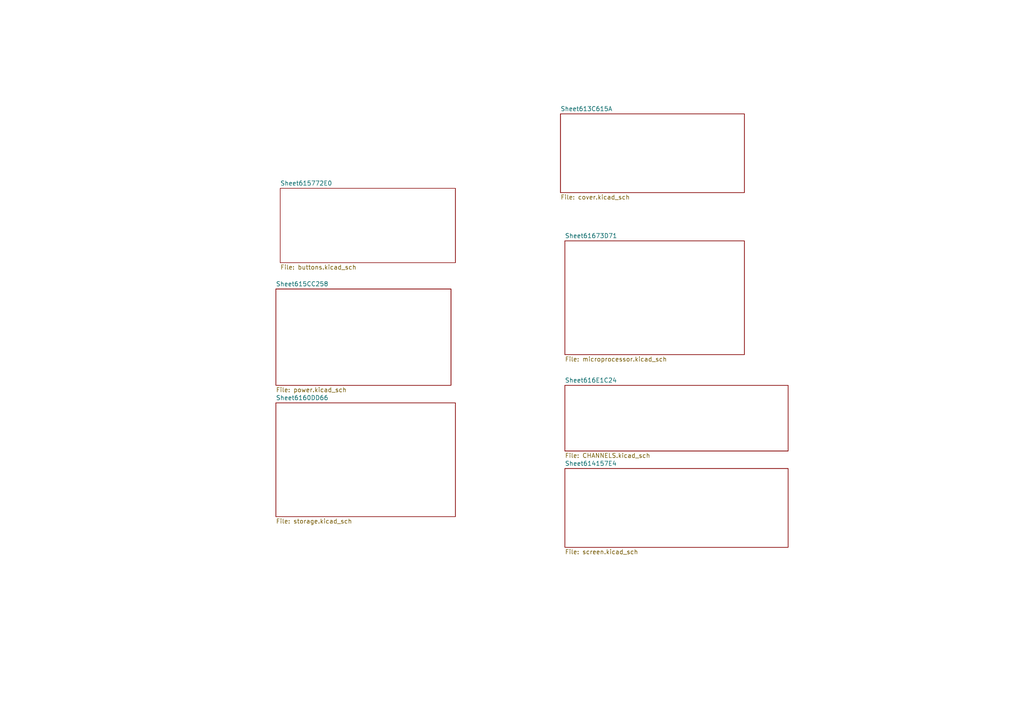
<source format=kicad_sch>
(kicad_sch (version 20211123) (generator eeschema)
  (paper "A4")
  (lib_symbols)
  (sheet (at 162.56 33.02) (size 53.34 22.86)
    (property "Sheet name" "Sheet613C615A" (at 162.56 32.3084 0) (effects (justify left bottom)))
    (property "Sheet file" "cover.kicad_sch" (at 162.56 56.4646 0) (effects (justify left top)))
  )
  (sheet (at 163.83 135.89) (size 64.77 22.86)
    (property "Sheet name" "Sheet614157E4" (at 163.83 135.1784 0) (effects (justify left bottom)))
    (property "Sheet file" "screen.kicad_sch" (at 163.83 159.3346 0) (effects (justify left top)))
  )
  (sheet (at 81.28 54.61) (size 50.8 21.59)
    (property "Sheet name" "Sheet615772E0" (at 81.28 53.8984 0) (effects (justify left bottom)))
    (property "Sheet file" "buttons.kicad_sch" (at 81.28 76.7846 0) (effects (justify left top)))
  )
  (sheet (at 80.01 83.82) (size 50.8 27.94)
    (property "Sheet name" "Sheet615CC258" (at 80.01 83.1084 0) (effects (justify left bottom)))
    (property "Sheet file" "power.kicad_sch" (at 80.01 112.3446 0) (effects (justify left top)))
  )
  (sheet (at 80.01 116.84) (size 52.07 33.02)
    (property "Sheet name" "Sheet6160DD66" (at 80.01 116.1284 0) (effects (justify left bottom)))
    (property "Sheet file" "storage.kicad_sch" (at 80.01 150.4446 0) (effects (justify left top)))
  )
  (sheet (at 163.83 69.85) (size 52.07 33.02)
    (property "Sheet name" "Sheet61673D71" (at 163.83 69.1384 0) (effects (justify left bottom)))
    (property "Sheet file" "microprocessor.kicad_sch" (at 163.83 103.4546 0) (effects (justify left top)))
  )
  (sheet (at 163.83 111.76) (size 64.77 19.05)
    (property "Sheet name" "Sheet616E1C24" (at 163.83 111.0484 0) (effects (justify left bottom)))
    (property "Sheet file" "CHANNELS.kicad_sch" (at 163.83 131.3946 0) (effects (justify left top)))
  )
)
</source>
